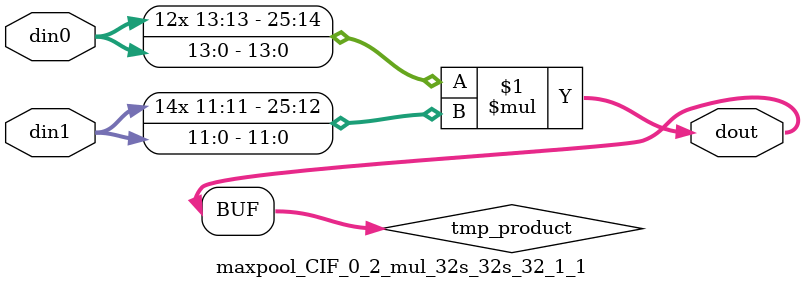
<source format=v>

`timescale 1 ns / 1 ps

  (* use_dsp = "no" *)  module maxpool_CIF_0_2_mul_32s_32s_32_1_1(din0, din1, dout);
parameter ID = 1;
parameter NUM_STAGE = 0;
parameter din0_WIDTH = 14;
parameter din1_WIDTH = 12;
parameter dout_WIDTH = 26;

input [din0_WIDTH - 1 : 0] din0; 
input [din1_WIDTH - 1 : 0] din1; 
output [dout_WIDTH - 1 : 0] dout;

wire signed [dout_WIDTH - 1 : 0] tmp_product;













assign tmp_product = $signed(din0) * $signed(din1);








assign dout = tmp_product;







endmodule

</source>
